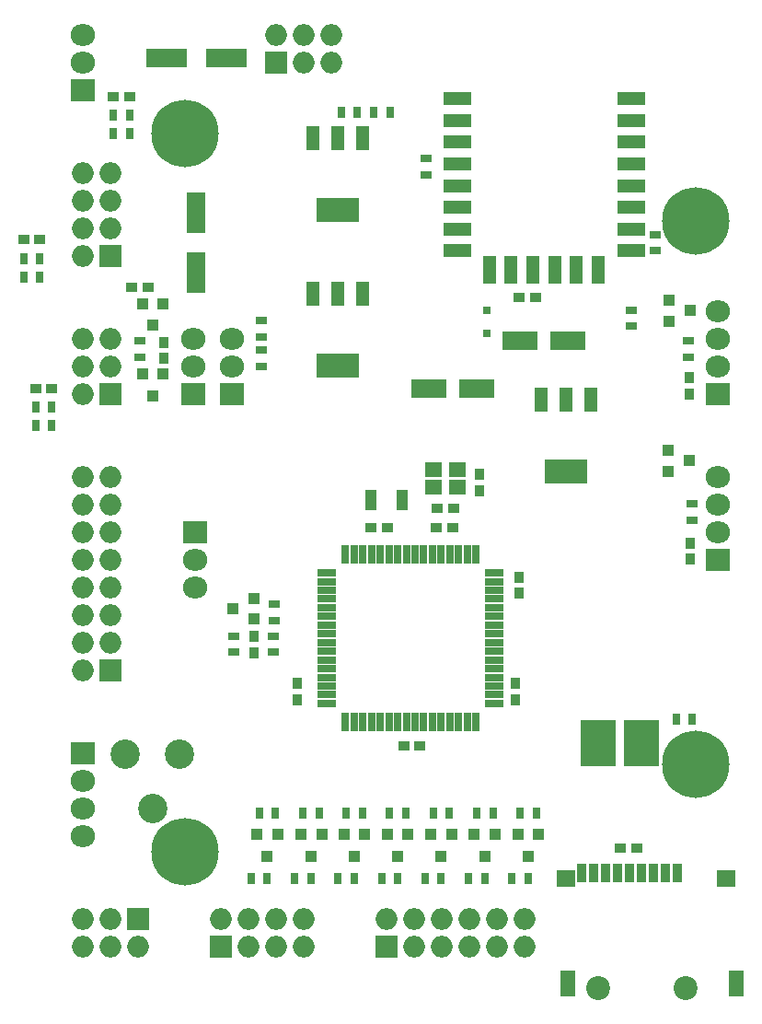
<source format=gts>
G04 #@! TF.FileFunction,Soldermask,Top*
%FSLAX46Y46*%
G04 Gerber Fmt 4.6, Leading zero omitted, Abs format (unit mm)*
G04 Created by KiCad (PCBNEW 4.0.1-stable) date 23.06.2016 01:41:27*
%MOMM*%
G01*
G04 APERTURE LIST*
%ADD10C,0.100000*%
%ADD11R,1.100000X0.700000*%
%ADD12R,0.700000X1.100000*%
%ADD13R,1.000000X0.950000*%
%ADD14R,0.950000X1.000000*%
%ADD15R,1.600000X1.400000*%
%ADD16R,1.000100X1.000100*%
%ADD17R,3.857600X2.232000*%
%ADD18R,1.216000X2.232000*%
%ADD19R,2.000000X2.000000*%
%ADD20O,2.000000X2.000000*%
%ADD21R,2.232000X2.000000*%
%ADD22O,2.232000X2.000000*%
%ADD23R,1.800000X1.600000*%
%ADD24R,0.900000X1.800000*%
%ADD25R,1.400000X2.400000*%
%ADD26C,2.200000*%
%ADD27R,3.200000X4.200000*%
%ADD28R,1.300000X2.600000*%
%ADD29R,2.600000X1.300000*%
%ADD30R,1.100000X1.900000*%
%ADD31R,1.700000X0.750000*%
%ADD32R,0.750000X1.700000*%
%ADD33R,0.650000X0.790000*%
%ADD34R,3.199740X1.800200*%
%ADD35R,1.800200X3.799180*%
%ADD36R,3.799180X1.800200*%
%ADD37C,2.699360*%
%ADD38C,6.200000*%
G04 APERTURE END LIST*
D10*
D11*
X166200000Y-68750000D03*
X166200000Y-67250000D03*
X187250000Y-74250000D03*
X187250000Y-75750000D03*
X185000000Y-81200000D03*
X185000000Y-82700000D03*
D12*
X158350000Y-63000000D03*
X159850000Y-63000000D03*
X161350000Y-63000000D03*
X162850000Y-63000000D03*
X130229776Y-91844556D03*
X131729776Y-91844556D03*
X131729776Y-90144556D03*
X130229776Y-90144556D03*
X129129776Y-78144556D03*
X130629776Y-78144556D03*
X130629776Y-76444556D03*
X129129776Y-76444556D03*
X189150000Y-118800000D03*
X190650000Y-118800000D03*
X137364888Y-64972278D03*
X138864888Y-64972278D03*
X138864888Y-63272278D03*
X137364888Y-63272278D03*
D11*
X190600000Y-100510000D03*
X190600000Y-99010000D03*
X190300000Y-85510000D03*
X190300000Y-84010000D03*
D12*
X168304519Y-127442121D03*
X166804519Y-127442121D03*
X164304519Y-127442121D03*
X162804519Y-127442121D03*
X160304519Y-127442121D03*
X158804519Y-127442121D03*
X156304519Y-127442121D03*
X154804519Y-127442121D03*
X152304519Y-127442121D03*
X150804519Y-127442121D03*
X172304519Y-127442121D03*
X170804519Y-127442121D03*
X176304519Y-127442121D03*
X174804519Y-127442121D03*
X166054519Y-133442121D03*
X167554519Y-133442121D03*
X162054519Y-133442121D03*
X163554519Y-133442121D03*
X158054519Y-133442121D03*
X159554519Y-133442121D03*
X154054519Y-133442121D03*
X155554519Y-133442121D03*
X150054519Y-133442121D03*
X151554519Y-133442121D03*
X170054519Y-133442121D03*
X171554519Y-133442121D03*
X174054519Y-133442121D03*
X175554519Y-133442121D03*
D11*
X152150824Y-108274652D03*
X152150824Y-109774652D03*
X152073102Y-111174652D03*
X152073102Y-112674652D03*
X148450824Y-112674652D03*
X148450824Y-111174652D03*
X139800000Y-84050000D03*
X139800000Y-85550000D03*
X151000000Y-83650000D03*
X151000000Y-82150000D03*
X151000000Y-84850000D03*
X151000000Y-86350000D03*
D13*
X176250000Y-80000000D03*
X174750000Y-80000000D03*
D14*
X154343887Y-117016741D03*
X154343887Y-115516741D03*
D13*
X131729776Y-88444556D03*
X130229776Y-88444556D03*
X167093887Y-101166741D03*
X168593887Y-101166741D03*
D14*
X174700000Y-105750000D03*
X174700000Y-107250000D03*
X174400000Y-115550000D03*
X174400000Y-117050000D03*
X171043887Y-96316741D03*
X171043887Y-97816741D03*
D13*
X130629776Y-74744556D03*
X129129776Y-74744556D03*
X165593887Y-121266741D03*
X164093887Y-121266741D03*
X167193887Y-99466741D03*
X168693887Y-99466741D03*
X161093887Y-101166741D03*
X162593887Y-101166741D03*
X138864888Y-61572278D03*
X137364888Y-61572278D03*
D14*
X190500000Y-104110000D03*
X190500000Y-102610000D03*
X190400000Y-88910000D03*
X190400000Y-87410000D03*
X142000000Y-84150000D03*
X142000000Y-85650000D03*
X150350824Y-112724652D03*
X150350824Y-111224652D03*
D13*
X140550000Y-79100000D03*
X139050000Y-79100000D03*
D15*
X166843887Y-97466741D03*
X169043887Y-97466741D03*
X166843887Y-95866741D03*
X169043887Y-95866741D03*
D16*
X150350824Y-109624652D03*
X150350824Y-107724652D03*
X148351844Y-108674652D03*
D17*
X179000000Y-96052000D03*
D18*
X179000000Y-89448000D03*
X176714000Y-89448000D03*
X181286000Y-89448000D03*
D17*
X158000000Y-86302000D03*
D18*
X158000000Y-79698000D03*
X155714000Y-79698000D03*
X160286000Y-79698000D03*
D17*
X158000000Y-72000000D03*
D18*
X158000000Y-65396000D03*
X155714000Y-65396000D03*
X160286000Y-65396000D03*
D16*
X176504519Y-129441361D03*
X174604519Y-129441361D03*
X175554519Y-131440341D03*
X172504519Y-129441361D03*
X170604519Y-129441361D03*
X171554519Y-131440341D03*
X152504519Y-129441361D03*
X150604519Y-129441361D03*
X151554519Y-131440341D03*
X156554519Y-129442121D03*
X154654519Y-129442121D03*
X155604519Y-131441101D03*
X160504519Y-129441361D03*
X158604519Y-129441361D03*
X159554519Y-131440341D03*
X164504519Y-129441361D03*
X162604519Y-129441361D03*
X163554519Y-131440341D03*
X168504519Y-129441361D03*
X166604519Y-129441361D03*
X167554519Y-131440341D03*
X188499240Y-80310000D03*
X188499240Y-82210000D03*
X190498220Y-81260000D03*
X188399240Y-94110000D03*
X188399240Y-96010000D03*
X190398220Y-95060000D03*
D19*
X137160000Y-88900000D03*
D20*
X134620000Y-88900000D03*
X137160000Y-86360000D03*
X134620000Y-86360000D03*
X137160000Y-83820000D03*
X134620000Y-83820000D03*
D21*
X148294888Y-88900000D03*
D22*
X148294888Y-86360000D03*
X148294888Y-83820000D03*
D21*
X144780000Y-88900000D03*
D22*
X144780000Y-86360000D03*
X144780000Y-83820000D03*
D21*
X144916000Y-101600000D03*
D22*
X144916000Y-104140000D03*
X144916000Y-106680000D03*
D19*
X162560000Y-139700000D03*
D20*
X162560000Y-137160000D03*
X165100000Y-139700000D03*
X165100000Y-137160000D03*
X167640000Y-139700000D03*
X167640000Y-137160000D03*
X170180000Y-139700000D03*
X170180000Y-137160000D03*
X172720000Y-139700000D03*
X172720000Y-137160000D03*
X175260000Y-139700000D03*
X175260000Y-137160000D03*
D19*
X147320000Y-139700000D03*
D20*
X147320000Y-137160000D03*
X149860000Y-139700000D03*
X149860000Y-137160000D03*
X152400000Y-139700000D03*
X152400000Y-137160000D03*
X154940000Y-139700000D03*
X154940000Y-137160000D03*
D23*
X179000000Y-133500000D03*
D24*
X189300000Y-133000000D03*
X187100000Y-133000000D03*
X186000000Y-133000000D03*
X184900000Y-133000000D03*
X183800000Y-133000000D03*
X182700000Y-133000000D03*
X181600000Y-133000000D03*
D23*
X193800000Y-133500000D03*
D24*
X188200000Y-133000000D03*
X180500000Y-133000000D03*
D25*
X194700000Y-143100000D03*
X179200000Y-143100000D03*
D26*
X182000000Y-143500000D03*
X190000000Y-143500000D03*
D21*
X193040000Y-88900000D03*
D22*
X193040000Y-86360000D03*
X193040000Y-83820000D03*
X193040000Y-81280000D03*
D21*
X193040000Y-104140000D03*
D22*
X193040000Y-101600000D03*
X193040000Y-99060000D03*
X193040000Y-96520000D03*
D19*
X137160000Y-76200000D03*
D20*
X134620000Y-76200000D03*
X137160000Y-73660000D03*
X134620000Y-73660000D03*
X137160000Y-71120000D03*
X134620000Y-71120000D03*
X137160000Y-68580000D03*
X134620000Y-68580000D03*
D27*
X182000000Y-121000000D03*
X186000000Y-121000000D03*
D21*
X134620000Y-121920000D03*
D22*
X134620000Y-124460000D03*
X134620000Y-127000000D03*
X134620000Y-129540000D03*
D19*
X139700000Y-137160000D03*
D20*
X139700000Y-139700000D03*
X137160000Y-137160000D03*
X137160000Y-139700000D03*
X134620000Y-137160000D03*
X134620000Y-139700000D03*
D28*
X171990000Y-77512278D03*
X173990000Y-77512278D03*
X175990000Y-77512278D03*
X177990000Y-77512278D03*
X179990000Y-77512278D03*
X181990000Y-77512278D03*
D29*
X169000000Y-61762278D03*
X169000000Y-63762278D03*
X169000000Y-65762278D03*
X169000000Y-67762278D03*
X169000000Y-69762278D03*
X169000000Y-71762278D03*
X169000000Y-73762278D03*
X169000000Y-75762278D03*
X185000000Y-75762278D03*
X185000000Y-73762278D03*
X185000000Y-71762278D03*
X185000000Y-69762278D03*
X185000000Y-67762278D03*
X185000000Y-65762278D03*
X185000000Y-63762278D03*
X185000000Y-61762278D03*
D19*
X152400000Y-58420000D03*
D20*
X152400000Y-55880000D03*
X154940000Y-58420000D03*
X154940000Y-55880000D03*
X157480000Y-58420000D03*
X157480000Y-55880000D03*
D30*
X163993887Y-98666741D03*
X161093887Y-98666741D03*
D31*
X157043887Y-105366741D03*
X157043887Y-106166741D03*
X157043887Y-106966741D03*
X157043887Y-107766741D03*
X157043887Y-108566741D03*
X157043887Y-109366741D03*
X157043887Y-110166741D03*
X157043887Y-110966741D03*
X157043887Y-111766741D03*
X157043887Y-112566741D03*
X157043887Y-113366741D03*
X157043887Y-114166741D03*
X157043887Y-114966741D03*
X157043887Y-115766741D03*
X157043887Y-116566741D03*
X157043887Y-117366741D03*
D32*
X158743887Y-119066741D03*
X159543887Y-119066741D03*
X160343887Y-119066741D03*
X161143887Y-119066741D03*
X161943887Y-119066741D03*
X162743887Y-119066741D03*
X163543887Y-119066741D03*
X164343887Y-119066741D03*
X165143887Y-119066741D03*
X165943887Y-119066741D03*
X166743887Y-119066741D03*
X167543887Y-119066741D03*
X168343887Y-119066741D03*
X169143887Y-119066741D03*
X169943887Y-119066741D03*
X170743887Y-119066741D03*
D31*
X172443887Y-117366741D03*
X172443887Y-116566741D03*
X172443887Y-115766741D03*
X172443887Y-114966741D03*
X172443887Y-114166741D03*
X172443887Y-113366741D03*
X172443887Y-112566741D03*
X172443887Y-111766741D03*
X172443887Y-110966741D03*
X172443887Y-110166741D03*
X172443887Y-109366741D03*
X172443887Y-108566741D03*
X172443887Y-107766741D03*
X172443887Y-106966741D03*
X172443887Y-106166741D03*
X172443887Y-105366741D03*
D32*
X170743887Y-103666741D03*
X169943887Y-103666741D03*
X169143887Y-103666741D03*
X168343887Y-103666741D03*
X167543887Y-103666741D03*
X166743887Y-103666741D03*
X165943887Y-103666741D03*
X165143887Y-103666741D03*
X164343887Y-103666741D03*
X163543887Y-103666741D03*
X162743887Y-103666741D03*
X161943887Y-103666741D03*
X161143887Y-103666741D03*
X160343887Y-103666741D03*
X159543887Y-103666741D03*
X158743887Y-103666741D03*
D16*
X141950000Y-80600000D03*
X140050000Y-80600000D03*
X141000000Y-82598980D03*
X141944888Y-87071518D03*
X140044888Y-87071518D03*
X140994888Y-89070498D03*
D33*
X171750000Y-83305000D03*
X171750000Y-81195000D03*
D34*
X174800360Y-84000000D03*
X179199640Y-84000000D03*
X170799640Y-88400000D03*
X166400360Y-88400000D03*
D35*
X145000000Y-72249180D03*
X145000000Y-77750820D03*
D36*
X147750820Y-58000000D03*
X142249180Y-58000000D03*
D13*
X184050000Y-130700000D03*
X185550000Y-130700000D03*
D37*
X141000640Y-127039360D03*
X138501280Y-122000000D03*
X143500000Y-122000000D03*
D21*
X134620000Y-60960000D03*
D22*
X134620000Y-58420000D03*
X134620000Y-55880000D03*
D38*
X191000000Y-123000000D03*
X191000000Y-73000000D03*
X144000000Y-65000000D03*
X144000000Y-131000000D03*
D19*
X137160000Y-114300000D03*
D20*
X134620000Y-114300000D03*
X137160000Y-111760000D03*
X134620000Y-111760000D03*
X137160000Y-109220000D03*
X134620000Y-109220000D03*
X137160000Y-106680000D03*
X134620000Y-106680000D03*
X137160000Y-104140000D03*
X134620000Y-104140000D03*
X137160000Y-101600000D03*
X134620000Y-101600000D03*
X137160000Y-99060000D03*
X134620000Y-99060000D03*
X137160000Y-96520000D03*
X134620000Y-96520000D03*
M02*

</source>
